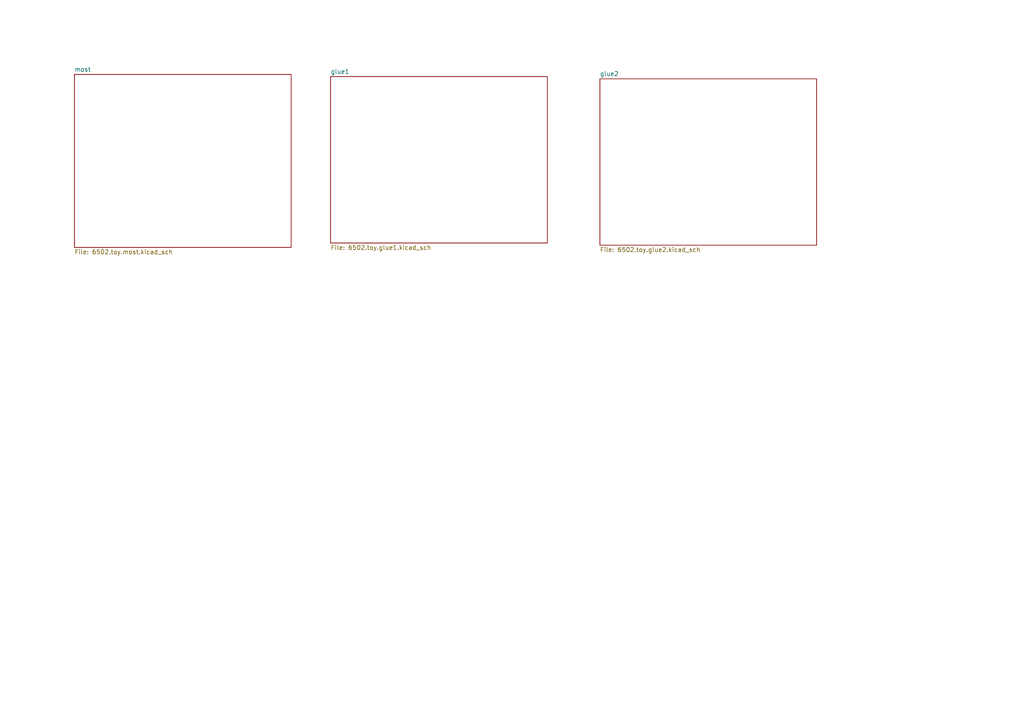
<source format=kicad_sch>
(kicad_sch
	(version 20250114)
	(generator "eeschema")
	(generator_version "9.0")
	(uuid "124d7503-2bca-482f-babc-28890d47b75d")
	(paper "A4")
	(lib_symbols)
	(sheet
		(at 21.59 21.59)
		(size 62.865 50.165)
		(exclude_from_sim no)
		(in_bom yes)
		(on_board yes)
		(dnp no)
		(fields_autoplaced yes)
		(stroke
			(width 0.1524)
			(type solid)
		)
		(fill
			(color 0 0 0 0.0000)
		)
		(uuid "144f22e8-de64-4410-8d5f-624589cfd7b4")
		(property "Sheetname" "most"
			(at 21.59 20.8784 0)
			(effects
				(font
					(size 1.27 1.27)
				)
				(justify left bottom)
			)
		)
		(property "Sheetfile" "6502.toy.most.kicad_sch"
			(at 21.59 72.3396 0)
			(effects
				(font
					(size 1.27 1.27)
				)
				(justify left top)
			)
		)
		(instances
			(project "6502.diy.toy"
				(path "/124d7503-2bca-482f-babc-28890d47b75d"
					(page "2")
				)
			)
		)
	)
	(sheet
		(at 173.99 22.86)
		(size 62.865 48.26)
		(exclude_from_sim no)
		(in_bom yes)
		(on_board yes)
		(dnp no)
		(fields_autoplaced yes)
		(stroke
			(width 0.1524)
			(type solid)
		)
		(fill
			(color 0 0 0 0.0000)
		)
		(uuid "2aa8d9eb-6e4e-44b0-8a1f-850c99b757db")
		(property "Sheetname" "glue2"
			(at 173.99 22.1484 0)
			(effects
				(font
					(size 1.27 1.27)
				)
				(justify left bottom)
			)
		)
		(property "Sheetfile" "6502.toy.glue2.kicad_sch"
			(at 173.99 71.7046 0)
			(effects
				(font
					(size 1.27 1.27)
				)
				(justify left top)
			)
		)
		(instances
			(project "6502.diy.toy"
				(path "/124d7503-2bca-482f-babc-28890d47b75d"
					(page "4")
				)
			)
		)
	)
	(sheet
		(at 95.885 22.225)
		(size 62.865 48.26)
		(exclude_from_sim no)
		(in_bom yes)
		(on_board yes)
		(dnp no)
		(fields_autoplaced yes)
		(stroke
			(width 0.1524)
			(type solid)
		)
		(fill
			(color 0 0 0 0.0000)
		)
		(uuid "721a6e7e-0048-485f-88c9-cb8a9a3561a0")
		(property "Sheetname" "glue1"
			(at 95.885 21.5134 0)
			(effects
				(font
					(size 1.27 1.27)
				)
				(justify left bottom)
			)
		)
		(property "Sheetfile" "6502.toy.glue1.kicad_sch"
			(at 95.885 71.0696 0)
			(effects
				(font
					(size 1.27 1.27)
				)
				(justify left top)
			)
		)
		(instances
			(project "6502.diy.toy"
				(path "/124d7503-2bca-482f-babc-28890d47b75d"
					(page "3")
				)
			)
		)
	)
	(sheet_instances
		(path "/"
			(page "1")
		)
	)
	(embedded_fonts no)
)

</source>
